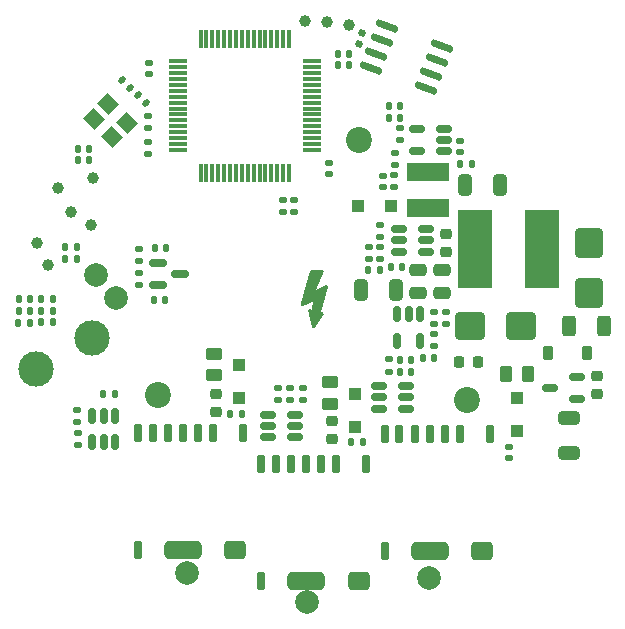
<source format=gbr>
%TF.GenerationSoftware,KiCad,Pcbnew,9.0.0*%
%TF.CreationDate,2025-06-25T03:54:54+08:00*%
%TF.ProjectId,CAPSTONE_MC,43415053-544f-44e4-955f-4d432e6b6963,Ver. 1.0.0*%
%TF.SameCoordinates,Original*%
%TF.FileFunction,Soldermask,Top*%
%TF.FilePolarity,Negative*%
%FSLAX46Y46*%
G04 Gerber Fmt 4.6, Leading zero omitted, Abs format (unit mm)*
G04 Created by KiCad (PCBNEW 9.0.0) date 2025-06-25 03:54:54*
%MOMM*%
%LPD*%
G01*
G04 APERTURE LIST*
G04 Aperture macros list*
%AMRoundRect*
0 Rectangle with rounded corners*
0 $1 Rounding radius*
0 $2 $3 $4 $5 $6 $7 $8 $9 X,Y pos of 4 corners*
0 Add a 4 corners polygon primitive as box body*
4,1,4,$2,$3,$4,$5,$6,$7,$8,$9,$2,$3,0*
0 Add four circle primitives for the rounded corners*
1,1,$1+$1,$2,$3*
1,1,$1+$1,$4,$5*
1,1,$1+$1,$6,$7*
1,1,$1+$1,$8,$9*
0 Add four rect primitives between the rounded corners*
20,1,$1+$1,$2,$3,$4,$5,0*
20,1,$1+$1,$4,$5,$6,$7,0*
20,1,$1+$1,$6,$7,$8,$9,0*
20,1,$1+$1,$8,$9,$2,$3,0*%
%AMRotRect*
0 Rectangle, with rotation*
0 The origin of the aperture is its center*
0 $1 length*
0 $2 width*
0 $3 Rotation angle, in degrees counterclockwise*
0 Add horizontal line*
21,1,$1,$2,0,0,$3*%
G04 Aperture macros list end*
%ADD10C,0.150000*%
%ADD11C,2.000000*%
%ADD12C,3.000000*%
%ADD13RoundRect,0.147500X-0.147500X-0.172500X0.147500X-0.172500X0.147500X0.172500X-0.147500X0.172500X0*%
%ADD14RoundRect,0.140000X-0.170000X0.140000X-0.170000X-0.140000X0.170000X-0.140000X0.170000X0.140000X0*%
%ADD15RoundRect,0.225000X-0.250000X0.225000X-0.250000X-0.225000X0.250000X-0.225000X0.250000X0.225000X0*%
%ADD16R,3.600000X1.500000*%
%ADD17RoundRect,0.140000X-0.219203X-0.021213X-0.021213X-0.219203X0.219203X0.021213X0.021213X0.219203X0*%
%ADD18RoundRect,0.150000X-0.150000X0.512500X-0.150000X-0.512500X0.150000X-0.512500X0.150000X0.512500X0*%
%ADD19RoundRect,0.150000X0.150000X-0.650000X0.150000X0.650000X-0.150000X0.650000X-0.150000X-0.650000X0*%
%ADD20RoundRect,0.400000X1.170000X-0.400000X1.170000X0.400000X-1.170000X0.400000X-1.170000X-0.400000X0*%
%ADD21RoundRect,0.400000X0.535000X-0.400000X0.535000X0.400000X-0.535000X0.400000X-0.535000X-0.400000X0*%
%ADD22RoundRect,0.140000X0.170000X-0.140000X0.170000X0.140000X-0.170000X0.140000X-0.170000X-0.140000X0*%
%ADD23RoundRect,0.135000X-0.185000X0.135000X-0.185000X-0.135000X0.185000X-0.135000X0.185000X0.135000X0*%
%ADD24RoundRect,0.225000X0.250000X-0.225000X0.250000X0.225000X-0.250000X0.225000X-0.250000X-0.225000X0*%
%ADD25R,2.850000X6.600000*%
%ADD26RoundRect,0.140000X-0.140000X-0.170000X0.140000X-0.170000X0.140000X0.170000X-0.140000X0.170000X0*%
%ADD27RoundRect,0.150000X-0.587500X-0.150000X0.587500X-0.150000X0.587500X0.150000X-0.587500X0.150000X0*%
%ADD28RoundRect,0.140000X0.219203X0.021213X0.021213X0.219203X-0.219203X-0.021213X-0.021213X-0.219203X0*%
%ADD29C,1.000000*%
%ADD30RoundRect,0.250000X0.262500X0.450000X-0.262500X0.450000X-0.262500X-0.450000X0.262500X-0.450000X0*%
%ADD31RoundRect,0.250000X0.450000X-0.262500X0.450000X0.262500X-0.450000X0.262500X-0.450000X-0.262500X0*%
%ADD32RoundRect,0.250000X-0.650000X0.325000X-0.650000X-0.325000X0.650000X-0.325000X0.650000X0.325000X0*%
%ADD33RoundRect,0.140000X0.140000X0.170000X-0.140000X0.170000X-0.140000X-0.170000X0.140000X-0.170000X0*%
%ADD34RoundRect,0.135000X0.185000X-0.135000X0.185000X0.135000X-0.185000X0.135000X-0.185000X-0.135000X0*%
%ADD35RoundRect,0.250000X0.300000X0.300000X-0.300000X0.300000X-0.300000X-0.300000X0.300000X-0.300000X0*%
%ADD36RoundRect,0.250000X-0.312500X-0.625000X0.312500X-0.625000X0.312500X0.625000X-0.312500X0.625000X0*%
%ADD37RoundRect,0.250000X-0.325000X-0.650000X0.325000X-0.650000X0.325000X0.650000X-0.325000X0.650000X0*%
%ADD38C,2.200000*%
%ADD39RoundRect,0.135000X0.135000X0.185000X-0.135000X0.185000X-0.135000X-0.185000X0.135000X-0.185000X0*%
%ADD40RoundRect,0.250000X-0.475000X0.250000X-0.475000X-0.250000X0.475000X-0.250000X0.475000X0.250000X0*%
%ADD41RoundRect,0.150000X-0.512500X-0.150000X0.512500X-0.150000X0.512500X0.150000X-0.512500X0.150000X0*%
%ADD42RoundRect,0.250000X0.300000X-0.300000X0.300000X0.300000X-0.300000X0.300000X-0.300000X-0.300000X0*%
%ADD43RoundRect,0.250000X0.900000X-1.000000X0.900000X1.000000X-0.900000X1.000000X-0.900000X-1.000000X0*%
%ADD44RoundRect,0.150000X-0.826549X0.141213X0.723943X-0.423121X0.826549X-0.141213X-0.723943X0.423121X0*%
%ADD45RoundRect,0.250000X0.325000X0.650000X-0.325000X0.650000X-0.325000X-0.650000X0.325000X-0.650000X0*%
%ADD46RoundRect,0.075000X-0.700000X-0.075000X0.700000X-0.075000X0.700000X0.075000X-0.700000X0.075000X0*%
%ADD47RoundRect,0.075000X-0.075000X-0.700000X0.075000X-0.700000X0.075000X0.700000X-0.075000X0.700000X0*%
%ADD48RoundRect,0.135000X-0.135000X-0.185000X0.135000X-0.185000X0.135000X0.185000X-0.135000X0.185000X0*%
%ADD49RoundRect,0.150000X0.512500X0.150000X-0.512500X0.150000X-0.512500X-0.150000X0.512500X-0.150000X0*%
%ADD50RoundRect,0.225000X0.225000X0.250000X-0.225000X0.250000X-0.225000X-0.250000X0.225000X-0.250000X0*%
%ADD51RoundRect,0.225000X-0.225000X-0.375000X0.225000X-0.375000X0.225000X0.375000X-0.225000X0.375000X0*%
%ADD52RoundRect,0.250000X1.000000X0.900000X-1.000000X0.900000X-1.000000X-0.900000X1.000000X-0.900000X0*%
%ADD53RoundRect,0.147500X0.172500X-0.147500X0.172500X0.147500X-0.172500X0.147500X-0.172500X-0.147500X0*%
%ADD54RotRect,1.400000X1.200000X315.000000*%
%ADD55RoundRect,0.150000X0.150000X-0.512500X0.150000X0.512500X-0.150000X0.512500X-0.150000X-0.512500X0*%
%ADD56RoundRect,0.140000X0.111865X-0.189700X0.207631X0.073414X-0.111865X0.189700X-0.207631X-0.073414X0*%
G04 APERTURE END LIST*
D10*
X101000000Y-57400000D02*
X102000000Y-56900000D01*
X102100000Y-57000000D01*
X101500000Y-59100000D01*
X101800000Y-59300000D01*
X101000000Y-60400000D01*
X100900000Y-60400000D01*
X100600000Y-58950000D01*
X100900000Y-59000000D01*
X101000000Y-58100000D01*
X100100000Y-58500000D01*
X100000000Y-58500000D01*
X100000000Y-58300000D01*
X100800000Y-55600000D01*
X101800000Y-55600000D01*
X101000000Y-57400000D01*
G36*
X101000000Y-57400000D02*
G01*
X102000000Y-56900000D01*
X102100000Y-57000000D01*
X101500000Y-59100000D01*
X101800000Y-59300000D01*
X101000000Y-60400000D01*
X100900000Y-60400000D01*
X100600000Y-58950000D01*
X100900000Y-59000000D01*
X101000000Y-58100000D01*
X100100000Y-58500000D01*
X100000000Y-58500000D01*
X100000000Y-58300000D01*
X100800000Y-55600000D01*
X101800000Y-55600000D01*
X101000000Y-57400000D01*
G37*
D11*
%TO.C,TP16*%
X84295000Y-57885000D03*
%TD*%
%TO.C,TP13*%
X82575000Y-55955000D03*
%TD*%
D12*
%TO.C,TP2*%
X82245000Y-61265000D03*
%TD*%
%TO.C,TP1*%
X77505000Y-63925000D03*
%TD*%
D13*
%TO.C,D6*%
X75995000Y-59985000D03*
X76965000Y-59985000D03*
%TD*%
D14*
%TO.C,C24*%
X117505000Y-70505000D03*
X117505000Y-71465000D03*
%TD*%
D15*
%TO.C,C14*%
X124945000Y-64480000D03*
X124945000Y-66030000D03*
%TD*%
D16*
%TO.C,L3*%
X110640000Y-50300000D03*
X110640000Y-47250000D03*
%TD*%
D13*
%TO.C,D7*%
X76005000Y-58995000D03*
X76975000Y-58995000D03*
%TD*%
D17*
%TO.C,C11*%
X86105589Y-40735589D03*
X86784411Y-41414411D03*
%TD*%
D18*
%TO.C,U13*%
X109985000Y-59302500D03*
X109035000Y-59302500D03*
X108085000Y-59302500D03*
X108085000Y-61577500D03*
X109985000Y-61577500D03*
%TD*%
D19*
%TO.C,U4*%
X107005000Y-79315000D03*
D20*
X110815000Y-79315000D03*
D21*
X115250000Y-79315000D03*
D19*
X115895000Y-69415000D03*
X113350000Y-69415000D03*
X112085000Y-69415000D03*
X110815000Y-69415000D03*
X109545000Y-69415000D03*
X108250000Y-69415000D03*
X107005000Y-69415000D03*
%TD*%
D11*
%TO.C,TP4*%
X100415000Y-83665000D03*
%TD*%
D22*
%TO.C,C46*%
X111215000Y-60085000D03*
X111215000Y-59125000D03*
%TD*%
D11*
%TO.C,TP5*%
X110775000Y-81655000D03*
%TD*%
D14*
%TO.C,C22*%
X106615000Y-53615000D03*
X106615000Y-54575000D03*
%TD*%
D23*
%TO.C,R13*%
X107350000Y-63115000D03*
X107350000Y-64135000D03*
%TD*%
D24*
%TO.C,C27*%
X102545000Y-69875000D03*
X102545000Y-68325000D03*
%TD*%
D14*
%TO.C,C2*%
X99345000Y-49645000D03*
X99345000Y-50605000D03*
%TD*%
%TO.C,C9*%
X98395000Y-49645000D03*
X98395000Y-50605000D03*
%TD*%
D25*
%TO.C,L2*%
X120290000Y-53735000D03*
X114640000Y-53735000D03*
%TD*%
D26*
%TO.C,C43*%
X87525000Y-53635000D03*
X88485000Y-53635000D03*
%TD*%
D27*
%TO.C,D11*%
X87777500Y-54940000D03*
X87777500Y-56840000D03*
X89652500Y-55890000D03*
%TD*%
D28*
%TO.C,C10*%
X85469411Y-40099411D03*
X84790589Y-39420589D03*
%TD*%
D26*
%TO.C,C1*%
X103025000Y-37235000D03*
X103985000Y-37235000D03*
%TD*%
D29*
%TO.C,TP20*%
X82325000Y-47725000D03*
%TD*%
%TO.C,TP12*%
X103995000Y-34825000D03*
%TD*%
D30*
%TO.C,R8*%
X119117500Y-64335000D03*
X117292500Y-64335000D03*
%TD*%
D14*
%TO.C,C36*%
X99010000Y-65568250D03*
X99010000Y-66528250D03*
%TD*%
%TO.C,C3*%
X102265000Y-46445000D03*
X102265000Y-47405000D03*
%TD*%
D26*
%TO.C,C29*%
X113415000Y-46525000D03*
X114375000Y-46525000D03*
%TD*%
D31*
%TO.C,R9*%
X92535000Y-64452500D03*
X92535000Y-62627500D03*
%TD*%
D26*
%TO.C,C55*%
X81005000Y-46255000D03*
X81965000Y-46255000D03*
%TD*%
D32*
%TO.C,C17*%
X122575000Y-68100000D03*
X122575000Y-71050000D03*
%TD*%
D23*
%TO.C,R21*%
X86195000Y-55755000D03*
X86195000Y-56775000D03*
%TD*%
D29*
%TO.C,TP9*%
X82125000Y-51695000D03*
%TD*%
D33*
%TO.C,C15*%
X108465000Y-55280000D03*
X107505000Y-55280000D03*
%TD*%
D34*
%TO.C,R31*%
X112195000Y-60125000D03*
X112195000Y-59105000D03*
%TD*%
D35*
%TO.C,D4*%
X107510000Y-50155000D03*
X104710000Y-50155000D03*
%TD*%
D36*
%TO.C,R1*%
X122642500Y-60285000D03*
X125567500Y-60285000D03*
%TD*%
D37*
%TO.C,C59*%
X113780000Y-48305000D03*
X116730000Y-48305000D03*
%TD*%
D38*
%TO.C,H2*%
X87810000Y-66140000D03*
%TD*%
D39*
%TO.C,R4*%
X78895000Y-58025000D03*
X77875000Y-58025000D03*
%TD*%
D40*
%TO.C,C16*%
X111875000Y-55570000D03*
X111875000Y-57470000D03*
%TD*%
D22*
%TO.C,C37*%
X80990000Y-68380000D03*
X80990000Y-67420000D03*
%TD*%
D11*
%TO.C,TP3*%
X90235000Y-81165000D03*
%TD*%
D19*
%TO.C,U2*%
X86130000Y-79240000D03*
D20*
X89940000Y-79240000D03*
D21*
X94375000Y-79240000D03*
D19*
X95020000Y-69340000D03*
X92475000Y-69340000D03*
X91210000Y-69340000D03*
X89940000Y-69340000D03*
X88670000Y-69340000D03*
X87375000Y-69340000D03*
X86130000Y-69340000D03*
%TD*%
D41*
%TO.C,U11*%
X108217500Y-52090000D03*
X108217500Y-53040000D03*
X108217500Y-53990000D03*
X110492500Y-53990000D03*
X110492500Y-53040000D03*
X110492500Y-52090000D03*
%TD*%
D33*
%TO.C,C44*%
X88445000Y-58065000D03*
X87485000Y-58065000D03*
%TD*%
D22*
%TO.C,C19*%
X113425000Y-45585000D03*
X113425000Y-44625000D03*
%TD*%
D41*
%TO.C,U5*%
X106542500Y-65365000D03*
X106542500Y-66315000D03*
X106542500Y-67265000D03*
X108817500Y-67265000D03*
X108817500Y-66315000D03*
X108817500Y-65365000D03*
%TD*%
D39*
%TO.C,R5*%
X78905000Y-59975000D03*
X77885000Y-59975000D03*
%TD*%
D38*
%TO.C,H1*%
X104850000Y-44510000D03*
%TD*%
D42*
%TO.C,D10*%
X94640000Y-66355000D03*
X94640000Y-63555000D03*
%TD*%
D24*
%TO.C,C18*%
X112205000Y-54040000D03*
X112205000Y-52490000D03*
%TD*%
D43*
%TO.C,D1*%
X124265000Y-57515000D03*
X124265000Y-53215000D03*
%TD*%
D44*
%TO.C,U9*%
X107180809Y-34838386D03*
X106746443Y-36031794D03*
X106312079Y-37225204D03*
X105877712Y-38418616D03*
X110529191Y-40111614D03*
X110963557Y-38918206D03*
X111397921Y-37724796D03*
X111832288Y-36531384D03*
%TD*%
D45*
%TO.C,C60*%
X107970000Y-57245000D03*
X105020000Y-57245000D03*
%TD*%
D22*
%TO.C,C6*%
X107775000Y-48495000D03*
X107775000Y-47535000D03*
%TD*%
D34*
%TO.C,R30*%
X111225000Y-61995000D03*
X111225000Y-60975000D03*
%TD*%
D23*
%TO.C,R2*%
X105655000Y-53590000D03*
X105655000Y-54610000D03*
%TD*%
D14*
%TO.C,C7*%
X106825000Y-47545000D03*
X106825000Y-48505000D03*
%TD*%
%TO.C,C5*%
X86965000Y-44715000D03*
X86965000Y-45675000D03*
%TD*%
D46*
%TO.C,U1*%
X89490000Y-37865000D03*
X89490000Y-38365000D03*
X89490000Y-38865000D03*
X89490000Y-39365000D03*
X89490000Y-39865000D03*
X89490000Y-40365000D03*
X89490000Y-40865000D03*
X89490000Y-41365000D03*
X89490000Y-41865000D03*
X89490000Y-42365000D03*
X89490000Y-42865000D03*
X89490000Y-43365000D03*
X89490000Y-43865000D03*
X89490000Y-44365000D03*
X89490000Y-44865000D03*
X89490000Y-45365000D03*
D47*
X91415000Y-47290000D03*
X91915000Y-47290000D03*
X92415000Y-47290000D03*
X92915000Y-47290000D03*
X93415000Y-47290000D03*
X93915000Y-47290000D03*
X94415000Y-47290000D03*
X94915000Y-47290000D03*
X95415000Y-47290000D03*
X95915000Y-47290000D03*
X96415000Y-47290000D03*
X96915000Y-47290000D03*
X97415000Y-47290000D03*
X97915000Y-47290000D03*
X98415000Y-47290000D03*
X98915000Y-47290000D03*
D46*
X100840000Y-45365000D03*
X100840000Y-44865000D03*
X100840000Y-44365000D03*
X100840000Y-43865000D03*
X100840000Y-43365000D03*
X100840000Y-42865000D03*
X100840000Y-42365000D03*
X100840000Y-41865000D03*
X100840000Y-41365000D03*
X100840000Y-40865000D03*
X100840000Y-40365000D03*
X100840000Y-39865000D03*
X100840000Y-39365000D03*
X100840000Y-38865000D03*
X100840000Y-38365000D03*
X100840000Y-37865000D03*
D47*
X98915000Y-35940000D03*
X98415000Y-35940000D03*
X97915000Y-35940000D03*
X97415000Y-35940000D03*
X96915000Y-35940000D03*
X96415000Y-35940000D03*
X95915000Y-35940000D03*
X95415000Y-35940000D03*
X94915000Y-35940000D03*
X94415000Y-35940000D03*
X93915000Y-35940000D03*
X93415000Y-35940000D03*
X92915000Y-35940000D03*
X92415000Y-35940000D03*
X91915000Y-35940000D03*
X91415000Y-35940000D03*
%TD*%
D33*
%TO.C,C25*%
X94905000Y-67710000D03*
X93945000Y-67710000D03*
%TD*%
D19*
%TO.C,U3*%
X96560000Y-81830000D03*
D20*
X100370000Y-81830000D03*
D21*
X104805000Y-81830000D03*
D19*
X105450000Y-71930000D03*
X102905000Y-71930000D03*
X101640000Y-71930000D03*
X100370000Y-71930000D03*
X99100000Y-71930000D03*
X97805000Y-71930000D03*
X96560000Y-71930000D03*
%TD*%
D26*
%TO.C,C13*%
X107355000Y-41685000D03*
X108315000Y-41685000D03*
%TD*%
D41*
%TO.C,U6*%
X97107500Y-67798250D03*
X97107500Y-68748250D03*
X97107500Y-69698250D03*
X99382500Y-69698250D03*
X99382500Y-68748250D03*
X99382500Y-67798250D03*
%TD*%
D29*
%TO.C,TP11*%
X100240000Y-34435000D03*
%TD*%
D39*
%TO.C,R6*%
X78905000Y-59005000D03*
X77885000Y-59005000D03*
%TD*%
D48*
%TO.C,R32*%
X79910000Y-54585000D03*
X80930000Y-54585000D03*
%TD*%
D49*
%TO.C,U12*%
X112022500Y-45475000D03*
X112022500Y-44525000D03*
X112022500Y-43575000D03*
X109747500Y-43575000D03*
X109747500Y-45475000D03*
%TD*%
D33*
%TO.C,C47*%
X111195000Y-62965000D03*
X110235000Y-62965000D03*
%TD*%
D29*
%TO.C,TP6*%
X78471019Y-55143750D03*
%TD*%
D24*
%TO.C,C26*%
X92705000Y-67560000D03*
X92705000Y-66010000D03*
%TD*%
D23*
%TO.C,R20*%
X86185000Y-53765000D03*
X86185000Y-54785000D03*
%TD*%
D42*
%TO.C,D8*%
X104478250Y-68795000D03*
X104478250Y-65995000D03*
%TD*%
D48*
%TO.C,R3*%
X105585000Y-55575000D03*
X106605000Y-55575000D03*
%TD*%
D14*
%TO.C,C12*%
X86965001Y-42525001D03*
X86964999Y-43484999D03*
%TD*%
D38*
%TO.C,H3*%
X113960000Y-66550000D03*
%TD*%
D29*
%TO.C,TP21*%
X79325000Y-48575000D03*
%TD*%
D42*
%TO.C,D9*%
X118245000Y-69180000D03*
X118245000Y-66380000D03*
%TD*%
D48*
%TO.C,R33*%
X79915000Y-53595000D03*
X80935000Y-53595000D03*
%TD*%
D50*
%TO.C,C28*%
X114880000Y-63355000D03*
X113330000Y-63355000D03*
%TD*%
D29*
%TO.C,TP10*%
X102120000Y-34525000D03*
%TD*%
D49*
%TO.C,U10*%
X123282500Y-66475000D03*
X123282500Y-64575000D03*
X121007500Y-65525000D03*
%TD*%
D13*
%TO.C,D5*%
X76015000Y-58025000D03*
X76985000Y-58025000D03*
%TD*%
D23*
%TO.C,R15*%
X81030000Y-69300000D03*
X81030000Y-70320000D03*
%TD*%
D26*
%TO.C,C35*%
X108300000Y-63175000D03*
X109260000Y-63175000D03*
%TD*%
D31*
%TO.C,R7*%
X102361750Y-66842500D03*
X102361750Y-65017500D03*
%TD*%
D33*
%TO.C,C23*%
X105146750Y-70085000D03*
X104186750Y-70085000D03*
%TD*%
D51*
%TO.C,D2*%
X120875000Y-62595000D03*
X124175000Y-62595000D03*
%TD*%
D52*
%TO.C,D3*%
X118535000Y-60315000D03*
X114235000Y-60315000D03*
%TD*%
D53*
%TO.C,L1*%
X107875000Y-46610000D03*
X107875000Y-45640000D03*
%TD*%
D26*
%TO.C,C8*%
X103035000Y-38215000D03*
X103995000Y-38215000D03*
%TD*%
D54*
%TO.C,Y1*%
X82406142Y-42718224D03*
X83961777Y-44273859D03*
X85163858Y-43071776D03*
X83608223Y-41516141D03*
%TD*%
D29*
%TO.C,TP7*%
X77581019Y-53293750D03*
%TD*%
D23*
%TO.C,R14*%
X97995000Y-65543250D03*
X97995000Y-66563250D03*
%TD*%
D40*
%TO.C,C34*%
X109845000Y-55565000D03*
X109845000Y-57465000D03*
%TD*%
D29*
%TO.C,TP8*%
X80435000Y-50605000D03*
%TD*%
D14*
%TO.C,C4*%
X87055000Y-37975000D03*
X87055000Y-38935000D03*
%TD*%
D26*
%TO.C,C39*%
X83195000Y-66005000D03*
X84155000Y-66005000D03*
%TD*%
%TO.C,C51*%
X107355000Y-42655000D03*
X108315000Y-42655000D03*
%TD*%
D55*
%TO.C,U7*%
X82265000Y-70142500D03*
X83215000Y-70142500D03*
X84165000Y-70142500D03*
X84165000Y-67867500D03*
X83215000Y-67867500D03*
X82265000Y-67867500D03*
%TD*%
D26*
%TO.C,C54*%
X81005000Y-45285000D03*
X81965000Y-45285000D03*
%TD*%
D33*
%TO.C,C21*%
X109255000Y-64145000D03*
X108295000Y-64145000D03*
%TD*%
D56*
%TO.C,C42*%
X104800831Y-36406052D03*
X105129169Y-35503948D03*
%TD*%
D22*
%TO.C,C33*%
X108335000Y-44505000D03*
X108335000Y-43545000D03*
%TD*%
%TO.C,C38*%
X100065000Y-66528250D03*
X100065000Y-65568250D03*
%TD*%
%TO.C,C20*%
X106645000Y-52705000D03*
X106645000Y-51745000D03*
%TD*%
M02*

</source>
